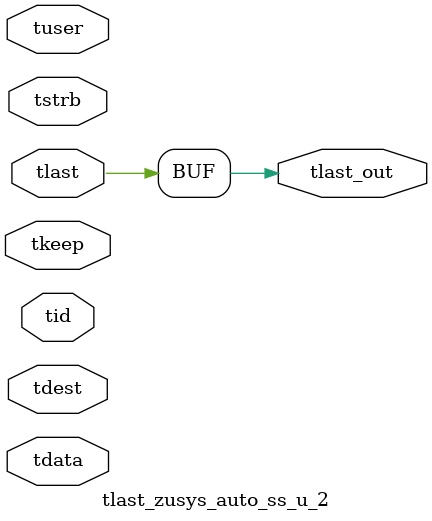
<source format=v>


`timescale 1ps/1ps

module tlast_zusys_auto_ss_u_2 #
(
parameter C_S_AXIS_TID_WIDTH   = 1,
parameter C_S_AXIS_TUSER_WIDTH = 0,
parameter C_S_AXIS_TDATA_WIDTH = 0,
parameter C_S_AXIS_TDEST_WIDTH = 0
)
(
input  [(C_S_AXIS_TID_WIDTH   == 0 ? 1 : C_S_AXIS_TID_WIDTH)-1:0       ] tid,
input  [(C_S_AXIS_TDATA_WIDTH == 0 ? 1 : C_S_AXIS_TDATA_WIDTH)-1:0     ] tdata,
input  [(C_S_AXIS_TUSER_WIDTH == 0 ? 1 : C_S_AXIS_TUSER_WIDTH)-1:0     ] tuser,
input  [(C_S_AXIS_TDEST_WIDTH == 0 ? 1 : C_S_AXIS_TDEST_WIDTH)-1:0     ] tdest,
input  [(C_S_AXIS_TDATA_WIDTH/8)-1:0 ] tkeep,
input  [(C_S_AXIS_TDATA_WIDTH/8)-1:0 ] tstrb,
input  [0:0]                                                             tlast,
output                                                                   tlast_out
);

assign tlast_out = {tlast[0]};

endmodule


</source>
